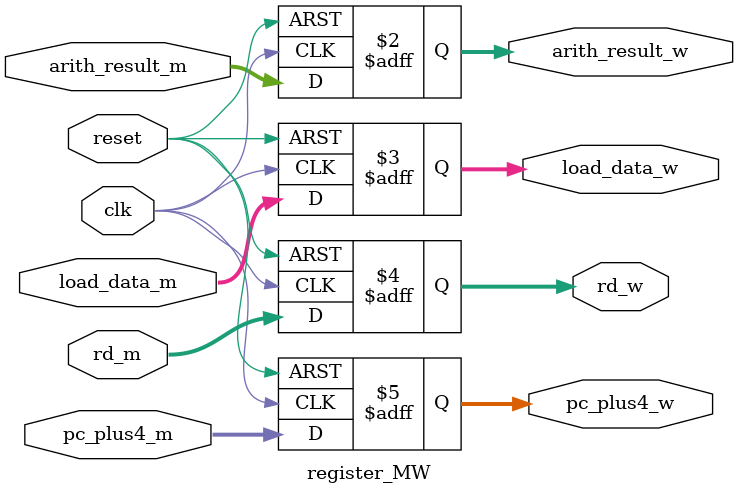
<source format=sv>
`timescale 1ns / 1ps


module register_MW (
input logic clk, reset,
input logic [31:0] arith_result_m, load_data_m,  
input logic [4:0] rd_m, 
input logic [31:0] pc_plus4_m,
output logic [31:0] arith_result_w, load_data_w,
output logic [4:0] rd_w, 
output logic [31:0] pc_plus4_w
    );

always_ff @(posedge clk, posedge reset) 
begin 
    if (reset) 
        begin
            arith_result_w <= 0;
            load_data_w <= 0;          
            rd_w <= 0; 
            pc_plus4_w <= 0;
        end
    else 
        begin
            arith_result_w <= arith_result_m;
            load_data_w <= load_data_m;       
            rd_w <= rd_m; 
            pc_plus4_w <= pc_plus4_m;        
        end 
end

endmodule

</source>
